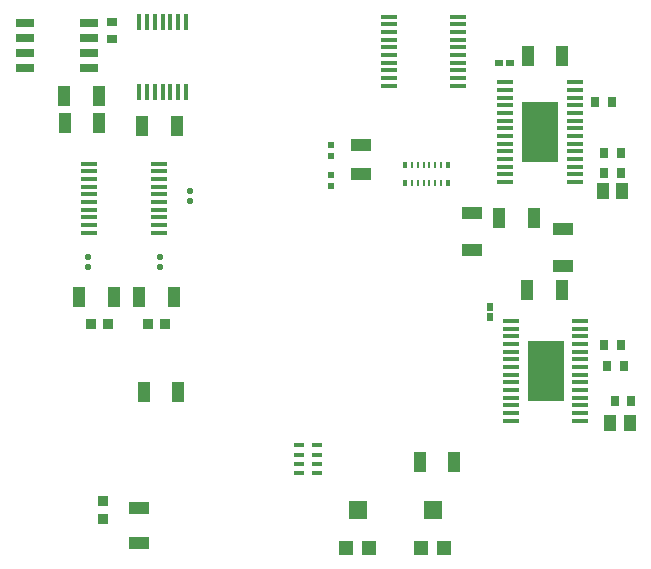
<source format=gbr>
G04 EAGLE Gerber RS-274X export*
G75*
%MOIN*%
%FSLAX34Y34*%
%LPD*%
%INSolderpaste Top*%
%IPPOS*%
%AMOC8*
5,1,8,0,0,1.08239X$1,22.5*%
G01*
%ADD10C,0.011268*%
%ADD11R,0.028740X0.037008*%
%ADD12R,0.024409X0.025591*%
%ADD13R,0.040157X0.057874*%
%ADD14R,0.025591X0.024409*%
%ADD15R,0.037008X0.028740*%
%ADD16R,0.024409X0.022047*%
%ADD17R,0.017717X0.058071*%
%ADD18R,0.058071X0.017717*%
%ADD19R,0.122047X0.203937*%
%ADD20R,0.060039X0.027559*%
%ADD21R,0.037402X0.037402*%
%ADD22R,0.043307X0.068898*%
%ADD23R,0.070866X0.041339*%
%ADD24R,0.041339X0.068898*%
%ADD25R,0.041339X0.070866*%
%ADD26R,0.070866X0.039370*%
%ADD27R,0.047244X0.047244*%
%ADD28R,0.062992X0.059055*%
%ADD29R,0.016732X0.019685*%
%ADD30R,0.009843X0.019685*%
%ADD31R,0.035433X0.015748*%


D10*
X2738Y10681D02*
X2862Y10681D01*
X2862Y10581D01*
X2738Y10581D01*
X2738Y10681D01*
X2738Y11019D02*
X2862Y11019D01*
X2862Y10919D01*
X2738Y10919D01*
X2738Y11019D01*
D11*
X20280Y16100D03*
X19720Y16100D03*
D12*
X16200Y9273D03*
X16200Y8927D03*
D13*
X20619Y13150D03*
X19981Y13150D03*
D11*
X20020Y13750D03*
X20580Y13750D03*
X20580Y8000D03*
X20020Y8000D03*
X20580Y14400D03*
X20020Y14400D03*
D14*
X16527Y17400D03*
X16873Y17400D03*
D15*
X3600Y18220D03*
X3600Y18780D03*
D10*
X5138Y10919D02*
X5262Y10919D01*
X5138Y10919D02*
X5138Y11019D01*
X5262Y11019D01*
X5262Y10919D01*
X5262Y10581D02*
X5138Y10581D01*
X5138Y10681D01*
X5262Y10681D01*
X5262Y10581D01*
D16*
X10900Y14311D03*
X10900Y14689D03*
X10900Y13311D03*
X10900Y13689D03*
D10*
X6262Y12881D02*
X6138Y12881D01*
X6262Y12881D02*
X6262Y12781D01*
X6138Y12781D01*
X6138Y12881D01*
X6138Y13219D02*
X6262Y13219D01*
X6262Y13119D01*
X6138Y13119D01*
X6138Y13219D01*
D13*
X20869Y5400D03*
X20231Y5400D03*
D11*
X20370Y6150D03*
X20930Y6150D03*
X20680Y7300D03*
X20120Y7300D03*
D17*
X4532Y16459D03*
X4788Y16459D03*
X5044Y16459D03*
X5300Y16459D03*
X5556Y16459D03*
X5812Y16459D03*
X6068Y16459D03*
X6068Y18772D03*
X5812Y18772D03*
X5556Y18772D03*
X5300Y18772D03*
X5044Y18772D03*
X4788Y18772D03*
X4532Y18772D03*
D18*
X2859Y14052D03*
X2859Y13796D03*
X2859Y13540D03*
X2859Y13284D03*
X2859Y13028D03*
X2859Y12772D03*
X2859Y12516D03*
X2859Y12260D03*
X2859Y12004D03*
X2859Y11748D03*
X5172Y11748D03*
X5172Y12004D03*
X5172Y12260D03*
X5172Y12516D03*
X5172Y12772D03*
X5172Y13028D03*
X5172Y13284D03*
X5172Y13540D03*
X5172Y13796D03*
X5172Y14052D03*
X12843Y18952D03*
X12843Y18696D03*
X12843Y18440D03*
X12843Y18184D03*
X12843Y17928D03*
X12843Y17672D03*
X12843Y17416D03*
X12843Y17160D03*
X12843Y16904D03*
X12843Y16648D03*
X15157Y16648D03*
X15157Y16904D03*
X15157Y17160D03*
X15157Y17416D03*
X15157Y17672D03*
X15157Y17928D03*
X15157Y18184D03*
X15157Y18440D03*
X15157Y18696D03*
X15157Y18952D03*
X19232Y5489D03*
X19232Y5744D03*
X19232Y6000D03*
X19232Y6256D03*
X19232Y6512D03*
X19232Y6768D03*
X19232Y7024D03*
X19232Y7280D03*
X19232Y7536D03*
X19232Y7792D03*
X19232Y8048D03*
X19232Y8304D03*
X19232Y8559D03*
X19232Y8815D03*
X16919Y8815D03*
X16919Y8559D03*
X16919Y8304D03*
X16919Y8048D03*
X16919Y7792D03*
X16919Y7536D03*
X16919Y7280D03*
X16919Y7024D03*
X16919Y6768D03*
X16919Y6512D03*
X16919Y6256D03*
X16919Y6000D03*
X16919Y5744D03*
X16919Y5489D03*
D19*
X18076Y7152D03*
D18*
X19044Y13437D03*
X19044Y13693D03*
X19044Y13948D03*
X19044Y14204D03*
X19044Y14460D03*
X19044Y14716D03*
X19044Y14972D03*
X19044Y15228D03*
X19044Y15484D03*
X19044Y15740D03*
X19044Y15996D03*
X19044Y16252D03*
X19044Y16507D03*
X19044Y16763D03*
X16731Y16763D03*
X16731Y16507D03*
X16731Y16252D03*
X16731Y15996D03*
X16731Y15740D03*
X16731Y15484D03*
X16731Y15228D03*
X16731Y14972D03*
X16731Y14716D03*
X16731Y14460D03*
X16731Y14204D03*
X16731Y13948D03*
X16731Y13693D03*
X16731Y13437D03*
D19*
X17888Y15100D03*
D20*
X700Y18750D03*
X700Y18250D03*
X700Y17750D03*
X700Y17250D03*
X2836Y17250D03*
X2836Y17750D03*
X2836Y18250D03*
X2836Y18750D03*
D21*
X3300Y2205D03*
X3300Y2795D03*
X3495Y8700D03*
X2905Y8700D03*
X5395Y8700D03*
X4805Y8700D03*
D22*
X17466Y9841D03*
X18608Y9841D03*
X13879Y4100D03*
X15021Y4100D03*
D23*
X15600Y12410D03*
X15600Y11190D03*
D22*
X17479Y17650D03*
X18621Y17650D03*
X16529Y12250D03*
X17671Y12250D03*
D24*
X2041Y15400D03*
X3183Y15400D03*
D25*
X4609Y15300D03*
X5791Y15300D03*
X3191Y16300D03*
X2009Y16300D03*
D24*
X4679Y6450D03*
X5821Y6450D03*
D25*
X2509Y9600D03*
X3691Y9600D03*
X4509Y9600D03*
X5691Y9600D03*
D23*
X4500Y1409D03*
X4500Y2591D03*
X18650Y10640D03*
X18650Y11860D03*
D26*
X11900Y14692D03*
X11900Y13708D03*
D27*
X11406Y1231D03*
D28*
X11800Y2510D03*
D27*
X12194Y1231D03*
X13906Y1231D03*
D28*
X14300Y2510D03*
D27*
X14694Y1231D03*
D29*
X13377Y13405D03*
D30*
X13608Y13405D03*
X13805Y13405D03*
X14002Y13405D03*
X14198Y13405D03*
X14395Y13405D03*
X14592Y13405D03*
D29*
X14823Y13405D03*
X14823Y13995D03*
D30*
X14592Y13995D03*
X14395Y13995D03*
X14198Y13995D03*
X14002Y13995D03*
X13805Y13995D03*
X13608Y13995D03*
D29*
X13377Y13995D03*
D31*
X9835Y4672D03*
X10465Y4672D03*
X9835Y4357D03*
X10465Y4357D03*
X9835Y4043D03*
X10465Y4043D03*
X9835Y3728D03*
X10465Y3728D03*
M02*

</source>
